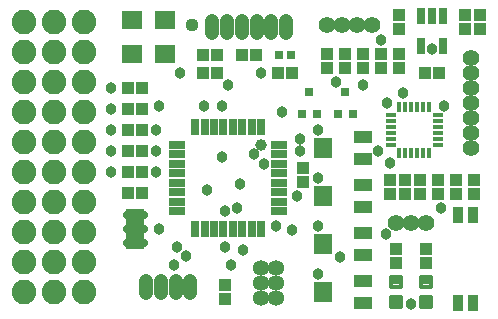
<source format=gts>
G75*
%MOIN*%
%OFA0B0*%
%FSLAX25Y25*%
%IPPOS*%
%LPD*%
%AMOC8*
5,1,8,0,0,1.08239X$1,22.5*
%
%ADD10R,0.04146X0.04343*%
%ADD11R,0.04343X0.04146*%
%ADD12R,0.07099X0.06312*%
%ADD13C,0.01421*%
%ADD14C,0.08200*%
%ADD15C,0.05556*%
%ADD16R,0.06312X0.07099*%
%ADD17R,0.05918X0.04343*%
%ADD18R,0.03800X0.05800*%
%ADD19R,0.03162X0.03162*%
%ADD20R,0.05800X0.03000*%
%ADD21R,0.03000X0.05800*%
%ADD22R,0.02965X0.05524*%
%ADD23R,0.03346X0.01496*%
%ADD24R,0.01496X0.03346*%
%ADD25C,0.05359*%
%ADD26C,0.04769*%
%ADD27C,0.02572*%
%ADD28R,0.06040X0.13760*%
%ADD29R,0.02769X0.03162*%
%ADD30C,0.03800*%
%ADD31C,0.04400*%
%ADD32C,0.03900*%
D10*
X0099819Y0081102D03*
X0104386Y0081102D03*
X0104386Y0088102D03*
X0099819Y0088102D03*
X0099819Y0095102D03*
X0104386Y0095102D03*
X0104386Y0102102D03*
X0099819Y0102102D03*
X0099819Y0109102D03*
X0104386Y0109102D03*
X0104386Y0116102D03*
X0099819Y0116102D03*
X0124819Y0121102D03*
X0129386Y0121102D03*
X0129386Y0127102D03*
X0124819Y0127102D03*
X0137819Y0127102D03*
X0142386Y0127102D03*
X0149819Y0121102D03*
X0154386Y0121102D03*
X0198819Y0121102D03*
X0203386Y0121102D03*
D11*
X0190102Y0122819D03*
X0184102Y0122819D03*
X0184102Y0127386D03*
X0190102Y0127386D03*
X0190102Y0135819D03*
X0190102Y0140386D03*
X0178102Y0127386D03*
X0172102Y0127386D03*
X0166102Y0127386D03*
X0166102Y0122819D03*
X0172102Y0122819D03*
X0178102Y0122819D03*
X0212102Y0135819D03*
X0212102Y0140386D03*
X0217102Y0140386D03*
X0217102Y0135819D03*
X0158102Y0089386D03*
X0158102Y0084819D03*
X0187102Y0085386D03*
X0192102Y0085386D03*
X0197102Y0085386D03*
X0203102Y0085386D03*
X0209102Y0085386D03*
X0209102Y0080819D03*
X0203102Y0080819D03*
X0197102Y0080819D03*
X0192102Y0080819D03*
X0187102Y0080819D03*
X0189102Y0062386D03*
X0189102Y0057819D03*
X0199102Y0057819D03*
X0199102Y0062386D03*
X0215102Y0080819D03*
X0215102Y0085386D03*
X0132102Y0050386D03*
X0132102Y0045819D03*
D12*
X0112102Y0127591D03*
X0101102Y0127591D03*
X0101102Y0138614D03*
X0112102Y0138614D03*
D13*
X0187444Y0053213D02*
X0190760Y0053213D01*
X0190760Y0049897D01*
X0187444Y0049897D01*
X0187444Y0053213D01*
X0187444Y0051317D02*
X0190760Y0051317D01*
X0190760Y0052737D02*
X0187444Y0052737D01*
X0187444Y0046308D02*
X0190760Y0046308D01*
X0190760Y0042992D01*
X0187444Y0042992D01*
X0187444Y0046308D01*
X0187444Y0044412D02*
X0190760Y0044412D01*
X0190760Y0045832D02*
X0187444Y0045832D01*
X0197444Y0046308D02*
X0200760Y0046308D01*
X0200760Y0042992D01*
X0197444Y0042992D01*
X0197444Y0046308D01*
X0197444Y0044412D02*
X0200760Y0044412D01*
X0200760Y0045832D02*
X0197444Y0045832D01*
X0197444Y0053213D02*
X0200760Y0053213D01*
X0200760Y0049897D01*
X0197444Y0049897D01*
X0197444Y0053213D01*
X0197444Y0051317D02*
X0200760Y0051317D01*
X0200760Y0052737D02*
X0197444Y0052737D01*
D14*
X0065102Y0048102D03*
X0075102Y0048102D03*
X0085102Y0048102D03*
X0085102Y0058102D03*
X0075102Y0058102D03*
X0065102Y0058102D03*
X0065102Y0068102D03*
X0075102Y0068102D03*
X0085102Y0068102D03*
X0085102Y0078102D03*
X0075102Y0078102D03*
X0065102Y0078102D03*
X0065102Y0088102D03*
X0075102Y0088102D03*
X0085102Y0088102D03*
X0085102Y0098102D03*
X0075102Y0098102D03*
X0065102Y0098102D03*
X0065102Y0108102D03*
X0075102Y0108102D03*
X0085102Y0108102D03*
X0085102Y0118102D03*
X0075102Y0118102D03*
X0065102Y0118102D03*
X0065102Y0128102D03*
X0075102Y0128102D03*
X0085102Y0128102D03*
X0085102Y0138102D03*
X0075102Y0138102D03*
X0065102Y0138102D03*
D15*
X0166102Y0137102D03*
X0171102Y0137102D03*
X0176102Y0137102D03*
X0181102Y0137102D03*
X0214102Y0126102D03*
X0214102Y0121102D03*
X0214102Y0116102D03*
X0214102Y0111102D03*
X0214102Y0106102D03*
X0214102Y0101102D03*
X0214102Y0096102D03*
X0199102Y0071102D03*
X0194102Y0071102D03*
X0189102Y0071102D03*
D16*
X0164803Y0064102D03*
X0164803Y0048102D03*
X0164803Y0080102D03*
X0164803Y0096102D03*
D17*
X0177992Y0092362D03*
X0177992Y0099843D03*
X0177992Y0083843D03*
X0177992Y0076362D03*
X0177992Y0067843D03*
X0177992Y0060362D03*
X0177992Y0051843D03*
X0177992Y0044362D03*
D18*
X0209602Y0044535D03*
X0214602Y0044535D03*
X0214602Y0073669D03*
X0209602Y0073669D03*
D19*
X0174661Y0107461D03*
X0169543Y0107461D03*
X0162661Y0107461D03*
X0157543Y0107461D03*
X0160102Y0114744D03*
X0172102Y0114744D03*
D20*
X0150002Y0097126D03*
X0150002Y0093976D03*
X0150002Y0090827D03*
X0150002Y0087677D03*
X0150002Y0084528D03*
X0150002Y0081378D03*
X0150002Y0078228D03*
X0150002Y0075079D03*
X0116202Y0075079D03*
X0116202Y0078228D03*
X0116202Y0081378D03*
X0116202Y0084528D03*
X0116202Y0087677D03*
X0116202Y0090827D03*
X0116202Y0093976D03*
X0116202Y0097126D03*
D21*
X0122079Y0103002D03*
X0125228Y0103002D03*
X0128378Y0103002D03*
X0131528Y0103002D03*
X0134677Y0103002D03*
X0137827Y0103002D03*
X0140976Y0103002D03*
X0144126Y0103002D03*
X0144126Y0069202D03*
X0140976Y0069202D03*
X0137827Y0069202D03*
X0134677Y0069202D03*
X0131528Y0069202D03*
X0128378Y0069202D03*
X0125228Y0069202D03*
X0122079Y0069202D03*
D22*
X0197362Y0129984D03*
X0204843Y0129984D03*
X0204843Y0140221D03*
X0201102Y0140221D03*
X0197362Y0140221D03*
D23*
X0202878Y0107024D03*
X0202878Y0105055D03*
X0202878Y0103087D03*
X0202878Y0101118D03*
X0202878Y0099150D03*
X0202878Y0097181D03*
X0187327Y0097181D03*
X0187327Y0099150D03*
X0187327Y0101118D03*
X0187327Y0103087D03*
X0187327Y0105055D03*
X0187327Y0107024D03*
D24*
X0190181Y0109878D03*
X0192150Y0109878D03*
X0194118Y0109878D03*
X0196087Y0109878D03*
X0198055Y0109878D03*
X0200024Y0109878D03*
X0200024Y0094327D03*
X0198055Y0094327D03*
X0196087Y0094327D03*
X0194118Y0094327D03*
X0192150Y0094327D03*
X0190181Y0094327D03*
D25*
X0149102Y0056102D03*
X0144102Y0056102D03*
X0144102Y0051102D03*
X0149102Y0051102D03*
X0149102Y0046102D03*
X0144102Y0046102D03*
D26*
X0120484Y0047890D02*
X0120484Y0051858D01*
X0115563Y0051858D02*
X0115563Y0047890D01*
X0110642Y0047890D02*
X0110642Y0051858D01*
X0105720Y0051858D02*
X0105720Y0047890D01*
X0127799Y0134346D02*
X0127799Y0138315D01*
X0132720Y0138315D02*
X0132720Y0134346D01*
X0137642Y0134346D02*
X0137642Y0138315D01*
X0142563Y0138315D02*
X0142563Y0134346D01*
X0147484Y0134346D02*
X0147484Y0138315D01*
X0152406Y0138315D02*
X0152406Y0134346D01*
D27*
X0104966Y0073827D02*
X0099238Y0073827D01*
X0099238Y0069102D02*
X0104966Y0069102D01*
X0104966Y0064378D02*
X0099238Y0064378D01*
D28*
X0102092Y0069112D03*
D29*
X0150134Y0127102D03*
X0154071Y0127102D03*
D30*
X0144102Y0121102D03*
X0133102Y0117102D03*
X0131102Y0110102D03*
X0125102Y0110102D03*
X0110102Y0110102D03*
X0109102Y0102102D03*
X0109102Y0095102D03*
X0109102Y0088102D03*
X0094102Y0088102D03*
X0094102Y0095102D03*
X0094102Y0102102D03*
X0094102Y0109102D03*
X0094102Y0116102D03*
X0117102Y0121102D03*
X0151102Y0108102D03*
X0163102Y0102102D03*
X0157102Y0099102D03*
X0157102Y0095102D03*
X0145202Y0090602D03*
X0141702Y0094102D03*
X0131102Y0093102D03*
X0137102Y0084102D03*
X0126102Y0082102D03*
X0132102Y0075102D03*
X0136102Y0076102D03*
X0149102Y0070102D03*
X0154302Y0068902D03*
X0163102Y0070102D03*
X0156102Y0080102D03*
X0163102Y0086102D03*
X0183102Y0095102D03*
X0187102Y0091102D03*
X0204102Y0076102D03*
X0185802Y0067502D03*
X0170402Y0059802D03*
X0163102Y0054102D03*
X0138102Y0062102D03*
X0132102Y0063102D03*
X0134102Y0057102D03*
X0119102Y0060102D03*
X0116102Y0063102D03*
X0110102Y0069102D03*
X0115102Y0057102D03*
X0194102Y0044102D03*
X0205102Y0110102D03*
X0191328Y0114328D03*
X0186102Y0111102D03*
X0178102Y0117102D03*
X0169102Y0118102D03*
X0184102Y0132102D03*
X0201102Y0129102D03*
D31*
X0121102Y0137102D03*
D32*
X0144102Y0097102D03*
M02*

</source>
